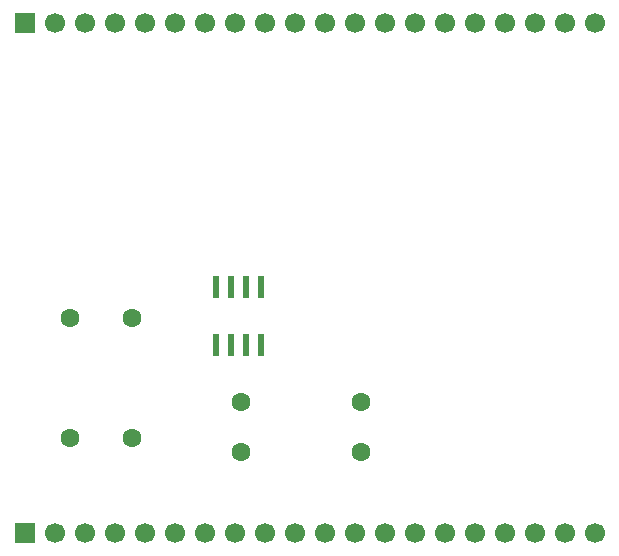
<source format=gbr>
%TF.GenerationSoftware,KiCad,Pcbnew,9.0.4*%
%TF.CreationDate,2025-09-12T16:42:54-04:00*%
%TF.ProjectId,Hall Effect Sensor,48616c6c-2045-4666-9665-63742053656e,rev?*%
%TF.SameCoordinates,Original*%
%TF.FileFunction,Soldermask,Top*%
%TF.FilePolarity,Negative*%
%FSLAX46Y46*%
G04 Gerber Fmt 4.6, Leading zero omitted, Abs format (unit mm)*
G04 Created by KiCad (PCBNEW 9.0.4) date 2025-09-12 16:42:54*
%MOMM*%
%LPD*%
G01*
G04 APERTURE LIST*
%ADD10R,0.558800X1.981200*%
%ADD11C,1.600000*%
%ADD12R,1.700000X1.700000*%
%ADD13C,1.700000*%
G04 APERTURE END LIST*
D10*
%TO.C,opamp1*%
X168595000Y-52713800D03*
X169865000Y-52713800D03*
X171135000Y-52713800D03*
X172405000Y-52713800D03*
X172405000Y-47786200D03*
X171135000Y-47786200D03*
X169865000Y-47786200D03*
X168595000Y-47786200D03*
%TD*%
D11*
%TO.C,R4*%
X180830000Y-57500000D03*
X170670000Y-57500000D03*
%TD*%
%TO.C,R3*%
X170670000Y-61750000D03*
X180830000Y-61750000D03*
%TD*%
%TO.C,R2*%
X156250000Y-60580000D03*
X156250000Y-50420000D03*
%TD*%
%TO.C,R1*%
X161500000Y-50420000D03*
X161500000Y-60580000D03*
%TD*%
D12*
%TO.C,J2*%
X152400000Y-25400000D03*
D13*
X154940000Y-25400000D03*
X157480000Y-25400000D03*
X160020000Y-25400000D03*
X162560000Y-25400000D03*
X165100000Y-25400000D03*
X167640000Y-25400000D03*
X170180000Y-25400000D03*
X172720000Y-25400000D03*
X175260000Y-25400000D03*
X177800000Y-25400000D03*
X180340000Y-25400000D03*
X182880000Y-25400000D03*
X185420000Y-25400000D03*
X187960000Y-25400000D03*
X190500000Y-25400000D03*
X193040000Y-25400000D03*
X195580000Y-25400000D03*
X198120000Y-25400000D03*
X200660000Y-25400000D03*
%TD*%
D12*
%TO.C,J1*%
X152400000Y-68580000D03*
D13*
X154940000Y-68580000D03*
X157480000Y-68580000D03*
X160020000Y-68580000D03*
X162560000Y-68580000D03*
X165100000Y-68580000D03*
X167640000Y-68580000D03*
X170180000Y-68580000D03*
X172720000Y-68580000D03*
X175260000Y-68580000D03*
X177800000Y-68580000D03*
X180340000Y-68580000D03*
X182880000Y-68580000D03*
X185420000Y-68580000D03*
X187960000Y-68580000D03*
X190500000Y-68580000D03*
X193040000Y-68580000D03*
X195580000Y-68580000D03*
X198120000Y-68580000D03*
X200660000Y-68580000D03*
%TD*%
M02*

</source>
